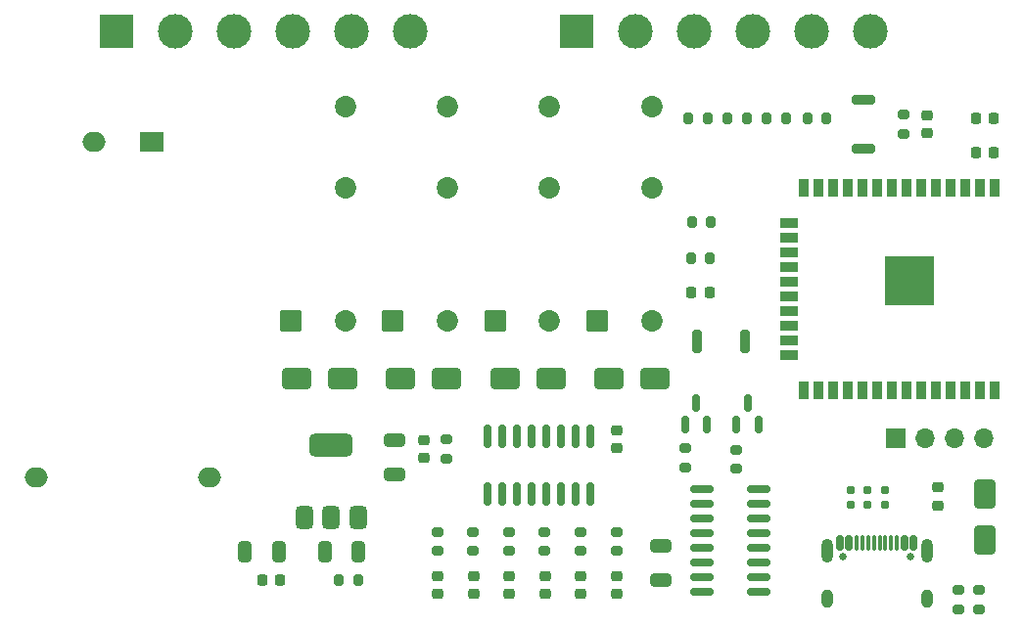
<source format=gbr>
%TF.GenerationSoftware,KiCad,Pcbnew,9.0.0*%
%TF.CreationDate,2025-03-09T16:10:17+04:00*%
%TF.ProjectId,Arbaa_Amp_V0.1,41726261-615f-4416-9d70-5f56302e312e,rev?*%
%TF.SameCoordinates,Original*%
%TF.FileFunction,Soldermask,Top*%
%TF.FilePolarity,Negative*%
%FSLAX46Y46*%
G04 Gerber Fmt 4.6, Leading zero omitted, Abs format (unit mm)*
G04 Created by KiCad (PCBNEW 9.0.0) date 2025-03-09 16:10:17*
%MOMM*%
%LPD*%
G01*
G04 APERTURE LIST*
G04 Aperture macros list*
%AMRoundRect*
0 Rectangle with rounded corners*
0 $1 Rounding radius*
0 $2 $3 $4 $5 $6 $7 $8 $9 X,Y pos of 4 corners*
0 Add a 4 corners polygon primitive as box body*
4,1,4,$2,$3,$4,$5,$6,$7,$8,$9,$2,$3,0*
0 Add four circle primitives for the rounded corners*
1,1,$1+$1,$2,$3*
1,1,$1+$1,$4,$5*
1,1,$1+$1,$6,$7*
1,1,$1+$1,$8,$9*
0 Add four rect primitives between the rounded corners*
20,1,$1+$1,$2,$3,$4,$5,0*
20,1,$1+$1,$4,$5,$6,$7,0*
20,1,$1+$1,$6,$7,$8,$9,0*
20,1,$1+$1,$8,$9,$2,$3,0*%
G04 Aperture macros list end*
%ADD10C,3.000000*%
%ADD11R,3.000000X3.000000*%
%ADD12RoundRect,0.225000X-0.250000X0.225000X-0.250000X-0.225000X0.250000X-0.225000X0.250000X0.225000X0*%
%ADD13RoundRect,0.250000X-1.000000X-0.650000X1.000000X-0.650000X1.000000X0.650000X-1.000000X0.650000X0*%
%ADD14RoundRect,0.200000X-0.200000X-0.800000X0.200000X-0.800000X0.200000X0.800000X-0.200000X0.800000X0*%
%ADD15RoundRect,0.200000X-0.800000X0.200000X-0.800000X-0.200000X0.800000X-0.200000X0.800000X0.200000X0*%
%ADD16RoundRect,0.375000X0.375000X-0.625000X0.375000X0.625000X-0.375000X0.625000X-0.375000X-0.625000X0*%
%ADD17RoundRect,0.500000X1.400000X-0.500000X1.400000X0.500000X-1.400000X0.500000X-1.400000X-0.500000X0*%
%ADD18RoundRect,0.150000X-0.825000X-0.150000X0.825000X-0.150000X0.825000X0.150000X-0.825000X0.150000X0*%
%ADD19RoundRect,0.150000X0.150000X-0.825000X0.150000X0.825000X-0.150000X0.825000X-0.150000X-0.825000X0*%
%ADD20RoundRect,0.200000X-0.200000X-0.275000X0.200000X-0.275000X0.200000X0.275000X-0.200000X0.275000X0*%
%ADD21RoundRect,0.200000X0.275000X-0.200000X0.275000X0.200000X-0.275000X0.200000X-0.275000X-0.200000X0*%
%ADD22RoundRect,0.200000X-0.275000X0.200000X-0.275000X-0.200000X0.275000X-0.200000X0.275000X0.200000X0*%
%ADD23RoundRect,0.150000X0.150000X-0.587500X0.150000X0.587500X-0.150000X0.587500X-0.150000X-0.587500X0*%
%ADD24R,2.000000X1.700000*%
%ADD25O,2.000000X1.700000*%
%ADD26C,1.854000*%
%ADD27RoundRect,0.102000X0.825000X-0.825000X0.825000X0.825000X-0.825000X0.825000X-0.825000X-0.825000X0*%
%ADD28R,1.700000X1.700000*%
%ADD29O,1.700000X1.700000*%
%ADD30C,0.650000*%
%ADD31RoundRect,0.150000X-0.150000X-0.500000X0.150000X-0.500000X0.150000X0.500000X-0.150000X0.500000X0*%
%ADD32RoundRect,0.075000X-0.075000X-0.575000X0.075000X-0.575000X0.075000X0.575000X-0.075000X0.575000X0*%
%ADD33O,1.000000X2.100000*%
%ADD34O,1.000000X1.600000*%
%ADD35RoundRect,0.218750X0.256250X-0.218750X0.256250X0.218750X-0.256250X0.218750X-0.256250X-0.218750X0*%
%ADD36RoundRect,0.102000X-0.200000X0.240000X-0.200000X-0.240000X0.200000X-0.240000X0.200000X0.240000X0*%
%ADD37RoundRect,0.250000X-0.650000X1.000000X-0.650000X-1.000000X0.650000X-1.000000X0.650000X1.000000X0*%
%ADD38RoundRect,0.225000X0.225000X0.250000X-0.225000X0.250000X-0.225000X-0.250000X0.225000X-0.250000X0*%
%ADD39RoundRect,0.225000X0.250000X-0.225000X0.250000X0.225000X-0.250000X0.225000X-0.250000X-0.225000X0*%
%ADD40RoundRect,0.225000X-0.225000X-0.250000X0.225000X-0.250000X0.225000X0.250000X-0.225000X0.250000X0*%
%ADD41RoundRect,0.250000X-0.650000X0.325000X-0.650000X-0.325000X0.650000X-0.325000X0.650000X0.325000X0*%
%ADD42RoundRect,0.250000X0.650000X-0.325000X0.650000X0.325000X-0.650000X0.325000X-0.650000X-0.325000X0*%
%ADD43RoundRect,0.250000X0.325000X0.650000X-0.325000X0.650000X-0.325000X-0.650000X0.325000X-0.650000X0*%
%ADD44RoundRect,0.250000X-0.325000X-0.650000X0.325000X-0.650000X0.325000X0.650000X-0.325000X0.650000X0*%
%ADD45C,0.600000*%
%ADD46R,4.200000X4.200000*%
%ADD47R,0.900000X1.500000*%
%ADD48R,1.500000X0.900000*%
G04 APERTURE END LIST*
D10*
%TO.C,J3*%
X166600000Y-88500000D03*
X161520000Y-88500000D03*
X156440000Y-88500000D03*
X151360000Y-88500000D03*
X146280000Y-88500000D03*
D11*
X141200000Y-88500000D03*
%TD*%
D12*
%TO.C,C4*%
X172500000Y-127950000D03*
X172500000Y-129500000D03*
%TD*%
D13*
%TO.C,D13*%
X144000000Y-118500000D03*
X148000000Y-118500000D03*
%TD*%
%TO.C,D12*%
X135000000Y-118500000D03*
X139000000Y-118500000D03*
%TD*%
%TO.C,D11*%
X126000000Y-118500000D03*
X130000000Y-118500000D03*
%TD*%
%TO.C,D10*%
X117000000Y-118500000D03*
X121000000Y-118500000D03*
%TD*%
D14*
%TO.C,SW2*%
X151600000Y-115300000D03*
X155800000Y-115300000D03*
%TD*%
D15*
%TO.C,SW1*%
X166000000Y-94400000D03*
X166000000Y-98600000D03*
%TD*%
D16*
%TO.C,U3*%
X117700000Y-130570000D03*
X120000000Y-130570000D03*
D17*
X120000000Y-124270000D03*
D16*
X122300000Y-130570000D03*
%TD*%
D18*
%TO.C,U2*%
X152025000Y-128055000D03*
X152025000Y-129325000D03*
X152025000Y-130595000D03*
X152025000Y-131865000D03*
X152025000Y-133135000D03*
X152025000Y-134405000D03*
X152025000Y-135675000D03*
X152025000Y-136945000D03*
X156975000Y-136945000D03*
X156975000Y-135675000D03*
X156975000Y-134405000D03*
X156975000Y-133135000D03*
X156975000Y-131865000D03*
X156975000Y-130595000D03*
X156975000Y-129325000D03*
X156975000Y-128055000D03*
%TD*%
D19*
%TO.C,U1*%
X133555000Y-128475000D03*
X134825000Y-128475000D03*
X136095000Y-128475000D03*
X137365000Y-128475000D03*
X138635000Y-128475000D03*
X139905000Y-128475000D03*
X141175000Y-128475000D03*
X142445000Y-128475000D03*
X142445000Y-123525000D03*
X141175000Y-123525000D03*
X139905000Y-123525000D03*
X138635000Y-123525000D03*
X137365000Y-123525000D03*
X136095000Y-123525000D03*
X134825000Y-123525000D03*
X133555000Y-123525000D03*
%TD*%
D20*
%TO.C,R19*%
X161175000Y-96000000D03*
X162825000Y-96000000D03*
%TD*%
%TO.C,R18*%
X157675000Y-96000000D03*
X159325000Y-96000000D03*
%TD*%
D21*
%TO.C,R17*%
X144660000Y-133437500D03*
X144660000Y-131787500D03*
%TD*%
D20*
%TO.C,R16*%
X154275000Y-96000000D03*
X155925000Y-96000000D03*
%TD*%
%TO.C,R15*%
X150875000Y-96000000D03*
X152525000Y-96000000D03*
%TD*%
%TO.C,R14*%
X151100000Y-108100000D03*
X152750000Y-108100000D03*
%TD*%
D22*
%TO.C,R13*%
X169500000Y-95675000D03*
X169500000Y-97325000D03*
%TD*%
D20*
%TO.C,R12*%
X151175000Y-104950000D03*
X152825000Y-104950000D03*
%TD*%
D22*
%TO.C,R11*%
X155000000Y-124675000D03*
X155000000Y-126325000D03*
%TD*%
%TO.C,R10*%
X150650000Y-124575000D03*
X150650000Y-126225000D03*
%TD*%
D20*
%TO.C,R9*%
X120675000Y-136000000D03*
X122325000Y-136000000D03*
%TD*%
D21*
%TO.C,R8*%
X141560000Y-133437500D03*
X141560000Y-131787500D03*
%TD*%
%TO.C,R7*%
X138460000Y-133437500D03*
X138460000Y-131787500D03*
%TD*%
%TO.C,R6*%
X135360000Y-133437500D03*
X135360000Y-131787500D03*
%TD*%
%TO.C,R5*%
X132260000Y-133437500D03*
X132260000Y-131787500D03*
%TD*%
%TO.C,R4*%
X129160000Y-133437500D03*
X129160000Y-131787500D03*
%TD*%
D22*
%TO.C,R3*%
X176050000Y-136825000D03*
X176050000Y-138475000D03*
%TD*%
%TO.C,R2*%
X174250000Y-136850000D03*
X174250000Y-138500000D03*
%TD*%
D21*
%TO.C,R1*%
X130000000Y-125425000D03*
X130000000Y-123775000D03*
%TD*%
D23*
%TO.C,Q2*%
X155050000Y-122500000D03*
X156950000Y-122500000D03*
X156000000Y-120625000D03*
%TD*%
%TO.C,Q1*%
X150600000Y-122500000D03*
X152500000Y-122500000D03*
X151550000Y-120625000D03*
%TD*%
D24*
%TO.C,PS1*%
X104462500Y-97997500D03*
D25*
X99462500Y-97997500D03*
X109462500Y-127077500D03*
X94462500Y-127077500D03*
%TD*%
D26*
%TO.C,K4*%
X147700000Y-95000000D03*
X147700000Y-102000000D03*
D27*
X143000000Y-113500000D03*
D26*
X147700000Y-113500000D03*
%TD*%
%TO.C,K3*%
X138866667Y-95000000D03*
X138866667Y-102000000D03*
D27*
X134166667Y-113500000D03*
D26*
X138866667Y-113500000D03*
%TD*%
%TO.C,K2*%
X130033333Y-95000000D03*
X130033333Y-102000000D03*
D27*
X125333333Y-113500000D03*
D26*
X130033333Y-113500000D03*
%TD*%
%TO.C,K1*%
X121200000Y-95000000D03*
X121200000Y-102000000D03*
D27*
X116500000Y-113500000D03*
D26*
X121200000Y-113500000D03*
%TD*%
D28*
%TO.C,J4*%
X168850000Y-123650000D03*
D29*
X171390000Y-123650000D03*
X173930000Y-123650000D03*
X176470000Y-123650000D03*
%TD*%
D11*
%TO.C,J2*%
X101420000Y-88500000D03*
D10*
X106500000Y-88500000D03*
X111580000Y-88500000D03*
X116660000Y-88500000D03*
X121740000Y-88500000D03*
X126820000Y-88500000D03*
%TD*%
D30*
%TO.C,J1*%
X164290000Y-133895000D03*
X170070000Y-133895000D03*
D31*
X163980000Y-132755000D03*
X164780000Y-132755000D03*
D32*
X165930000Y-132755000D03*
X166930000Y-132755000D03*
X167430000Y-132755000D03*
X168430000Y-132755000D03*
D31*
X169580000Y-132755000D03*
X170380000Y-132755000D03*
X170380000Y-132755000D03*
X169580000Y-132755000D03*
D32*
X168930000Y-132755000D03*
X167930000Y-132755000D03*
X166430000Y-132755000D03*
X165430000Y-132755000D03*
D31*
X164780000Y-132755000D03*
X163980000Y-132755000D03*
D33*
X162860000Y-133395000D03*
D34*
X162860000Y-137575000D03*
D33*
X171500000Y-133395000D03*
D34*
X171500000Y-137575000D03*
%TD*%
D35*
%TO.C,D14*%
X144700000Y-137187500D03*
X144700000Y-135612500D03*
%TD*%
%TO.C,D9*%
X141600000Y-137187500D03*
X141600000Y-135612500D03*
%TD*%
%TO.C,D8*%
X138500000Y-137187500D03*
X138500000Y-135612500D03*
%TD*%
%TO.C,D7*%
X135400000Y-137187500D03*
X135400000Y-135612500D03*
%TD*%
%TO.C,D6*%
X132300000Y-137187500D03*
X132300000Y-135612500D03*
%TD*%
%TO.C,D5*%
X129200000Y-137187500D03*
X129200000Y-135612500D03*
%TD*%
D36*
%TO.C,D4*%
X166400000Y-128140000D03*
X166400000Y-129460000D03*
%TD*%
D37*
%TO.C,D3*%
X176500000Y-128500000D03*
X176500000Y-132500000D03*
%TD*%
D36*
%TO.C,D2*%
X167850000Y-128140000D03*
X167850000Y-129460000D03*
%TD*%
%TO.C,D1*%
X164950000Y-128140000D03*
X164950000Y-129460000D03*
%TD*%
D38*
%TO.C,C12*%
X152700000Y-111100000D03*
X151150000Y-111100000D03*
%TD*%
D39*
%TO.C,C11*%
X171500000Y-97275000D03*
X171500000Y-95725000D03*
%TD*%
D40*
%TO.C,C10*%
X175725000Y-99000000D03*
X177275000Y-99000000D03*
%TD*%
%TO.C,C9*%
X175725000Y-96000000D03*
X177275000Y-96000000D03*
%TD*%
D12*
%TO.C,C8*%
X128000000Y-123825000D03*
X128000000Y-125375000D03*
%TD*%
D41*
%TO.C,C7*%
X125500000Y-123845000D03*
X125500000Y-126795000D03*
%TD*%
D42*
%TO.C,C6*%
X148500000Y-135975000D03*
X148500000Y-133025000D03*
%TD*%
D43*
%TO.C,C5*%
X122375000Y-133500000D03*
X119425000Y-133500000D03*
%TD*%
D40*
%TO.C,C3*%
X114045000Y-136000000D03*
X115595000Y-136000000D03*
%TD*%
D44*
%TO.C,C2*%
X112525000Y-133500000D03*
X115475000Y-133500000D03*
%TD*%
D12*
%TO.C,C1*%
X144700000Y-123025000D03*
X144700000Y-124575000D03*
%TD*%
D45*
%TO.C,U4*%
X169287500Y-111595000D03*
X170812500Y-111595000D03*
X168525000Y-110832500D03*
X170050000Y-110832500D03*
X171575000Y-110832500D03*
X169287500Y-110070000D03*
D46*
X170050000Y-110070000D03*
D45*
X170812500Y-110070000D03*
X168525000Y-109307500D03*
X170050000Y-109307500D03*
X171575000Y-109307500D03*
X169287500Y-108545000D03*
X170812500Y-108545000D03*
D47*
X177390000Y-119500000D03*
X176120000Y-119500000D03*
X174850000Y-119500000D03*
X173580000Y-119500000D03*
X172310000Y-119500000D03*
X171040000Y-119500000D03*
X169770000Y-119500000D03*
X168500000Y-119500000D03*
X167230000Y-119500000D03*
X165960000Y-119500000D03*
X164690000Y-119500000D03*
X163420000Y-119500000D03*
X162150000Y-119500000D03*
X160880000Y-119500000D03*
D48*
X159630000Y-116470000D03*
X159630000Y-115200000D03*
X159630000Y-113930000D03*
X159630000Y-112660000D03*
X159630000Y-111390000D03*
X159630000Y-110120000D03*
X159630000Y-108850000D03*
X159630000Y-107580000D03*
X159630000Y-106310000D03*
X159630000Y-105040000D03*
D47*
X160880000Y-102000000D03*
X162150000Y-102000000D03*
X163420000Y-102000000D03*
X164690000Y-102000000D03*
X165960000Y-102000000D03*
X167230000Y-102000000D03*
X168500000Y-102000000D03*
X169770000Y-102000000D03*
X171040000Y-102000000D03*
X172310000Y-102000000D03*
X173580000Y-102000000D03*
X174850000Y-102000000D03*
X176120000Y-102000000D03*
X177390000Y-102000000D03*
%TD*%
M02*

</source>
